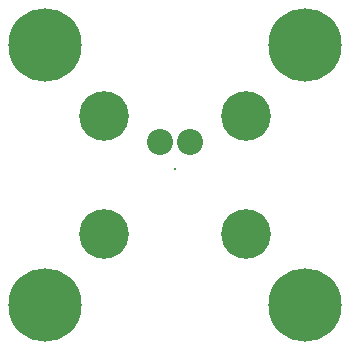
<source format=gbs>
G04 Layer_Color=16711935*
%FSLAX44Y44*%
%MOMM*%
G71*
G01*
G75*
%ADD20C,2.2032*%
G04:AMPARAMS|DCode=21|XSize=0.2032mm|YSize=0.2032mm|CornerRadius=0mm|HoleSize=0mm|Usage=FLASHONLY|Rotation=0.000|XOffset=0mm|YOffset=0mm|HoleType=Round|Shape=RoundedRectangle|*
%AMROUNDEDRECTD21*
21,1,0.2032,0.2032,0,0,0.0*
21,1,0.2032,0.2032,0,0,0.0*
1,1,0.0000,0.1016,-0.1016*
1,1,0.0000,-0.1016,-0.1016*
1,1,0.0000,-0.1016,0.1016*
1,1,0.0000,0.1016,0.1016*
%
%ADD21ROUNDEDRECTD21*%
%ADD22C,4.2032*%
%ADD23C,6.2032*%
D20*
X137300Y177800D02*
D03*
X162700D02*
D03*
D21*
X150000Y155000D02*
D03*
D22*
X210000Y200000D02*
D03*
X90000D02*
D03*
Y100000D02*
D03*
X210000D02*
D03*
D23*
X40000Y260000D02*
D03*
X260000D02*
D03*
Y40000D02*
D03*
X40000D02*
D03*
M02*

</source>
